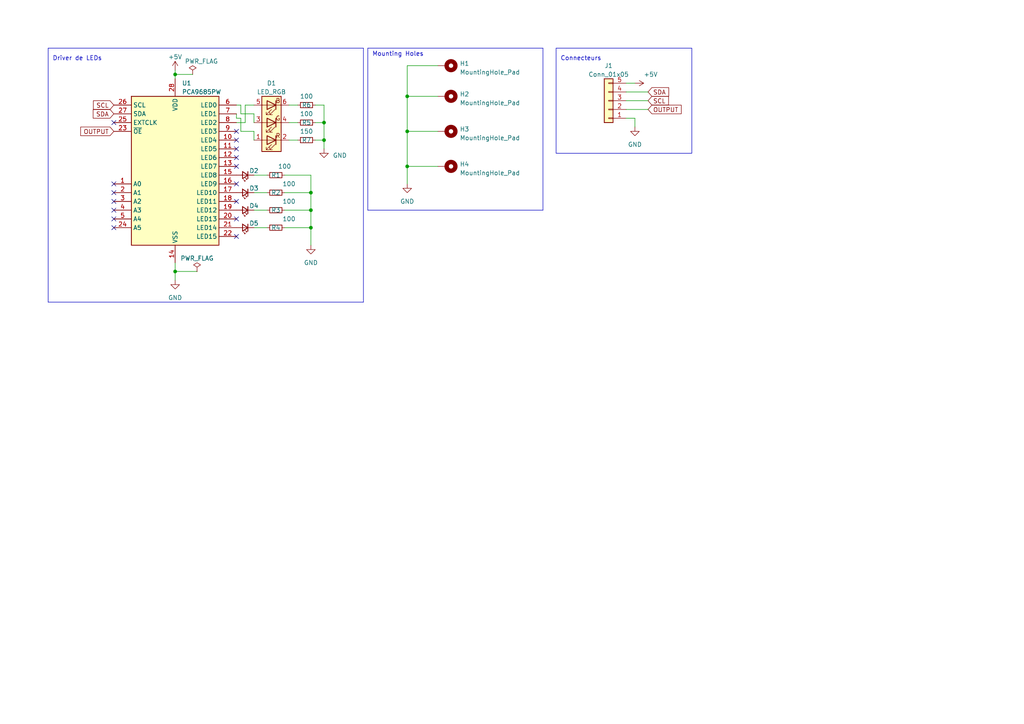
<source format=kicad_sch>
(kicad_sch (version 20230121) (generator eeschema)
  (paper "A4")
  (title_block (title "PCB LEDs") (date "2023-04-11") (rev "1.0") (company "ENSEA"))
  (lib_symbols
    (symbol "Connector_Generic:Conn_01x05" (pin_names (offset 1.016) hide)
      (property "Reference" "J" (at 0 7.62 0))
      (property "Value" "Conn_01x05" (at 0 -7.62 0))
      (symbol "Conn_01x05_1_1"
        (rectangle (start -1.27 -4.953) (end 0 -5.207) (stroke (width 0.1524)))
        (rectangle (start -1.27 -2.413) (end 0 -2.667) (stroke (width 0.1524)))
        (rectangle (start -1.27 0.127) (end 0 -0.127) (stroke (width 0.1524)))
        (rectangle (start -1.27 2.667) (end 0 2.413) (stroke (width 0.1524)))
        (rectangle (start -1.27 5.207) (end 0 4.953) (stroke (width 0.1524)))
        (rectangle (start -1.27 6.35) (end 1.27 -6.35) (stroke (width 0.254)) (fill (type background)))
        (pin passive line (at -5.08 5.08 0) (length 3.81) (name "Pin_1") (number "1"))
        (pin passive line (at -5.08 2.54 0) (length 3.81) (name "Pin_2") (number "2"))
        (pin passive line (at -5.08 0 0) (length 3.81) (name "Pin_3") (number "3"))
        (pin passive line (at -5.08 -2.54 0) (length 3.81) (name "Pin_4") (number "4"))
        (pin passive line (at -5.08 -5.08 0) (length 3.81) (name "Pin_5") (number "5"))
      )
    )
    (symbol "Device:LED_RGB" (pin_names (offset 0) hide)
      (property "Reference" "D1" (at 0 -11.43 0))
      (property "Value" "LED_RGB" (at 0 -8.89 0))
      (symbol "LED_RGB_0_0"
        (text "B" (at -1.905 -6.35 0) (effects (font (size 1.27 1.27))))
        (text "G" (at -1.905 -1.27 0) (effects (font (size 1.27 1.27))))
        (text "R" (at -1.905 3.81 0) (effects (font (size 1.27 1.27))))
      )
      (symbol "LED_RGB_0_1"
        (rectangle (start -2.794 8.382) (end 2.794 -7.62) (stroke (width 0.254)) (fill (type background)))
        (polyline (pts (xy -1.27 -5.08) (xy -2.54 -5.08)))
        (polyline (pts (xy -1.27 -5.08) (xy 1.27 -5.08)))
        (polyline (pts (xy -1.27 -3.81) (xy -1.27 -6.35)) (stroke (width 0.254)))
        (polyline (pts (xy -1.27 0) (xy -2.54 0)))
        (polyline (pts (xy -1.27 1.27) (xy -1.27 -1.27)) (stroke (width 0.254)))
        (polyline (pts (xy -1.27 5.08) (xy -2.54 5.08)))
        (polyline (pts (xy -1.27 5.08) (xy 1.27 5.08)))
        (polyline (pts (xy -1.27 6.35) (xy -1.27 3.81)) (stroke (width 0.254)))
        (polyline (pts (xy 1.27 -5.08) (xy 2.54 -5.08)))
        (polyline (pts (xy 1.27 0) (xy -1.27 0)))
        (polyline (pts (xy 1.27 0) (xy 2.54 0)))
        (polyline (pts (xy 1.27 5.08) (xy 2.54 5.08)))
        (polyline (pts (xy -1.27 1.27) (xy -1.27 -1.27) (xy -1.27 -1.27)))
        (polyline (pts (xy -1.27 6.35) (xy -1.27 3.81) (xy -1.27 3.81)))
        (polyline (pts (xy 1.27 -3.81) (xy 1.27 -6.35) (xy -1.27 -5.08) (xy 1.27 -3.81)) (stroke (width 0.254)))
        (polyline (pts (xy 1.27 1.27) (xy 1.27 -1.27) (xy -1.27 0) (xy 1.27 1.27)) (stroke (width 0.254)))
        (polyline (pts (xy 1.27 6.35) (xy 1.27 3.81) (xy -1.27 5.08) (xy 1.27 6.35)) (stroke (width 0.254)))
        (polyline (pts (xy -1.016 -3.81) (xy 0.508 -2.286) (xy -0.254 -2.286) (xy 0.508 -2.286) (xy 0.508 -3.048)))
        (polyline (pts (xy -1.016 1.27) (xy 0.508 2.794) (xy -0.254 2.794) (xy 0.508 2.794) (xy 0.508 2.032)))
        (polyline (pts (xy -1.016 6.35) (xy 0.508 7.874) (xy -0.254 7.874) (xy 0.508 7.874) (xy 0.508 7.112)))
        (polyline (pts (xy 0 -3.81) (xy 1.524 -2.286) (xy 0.762 -2.286) (xy 1.524 -2.286) (xy 1.524 -3.048)))
        (polyline (pts (xy 0 1.27) (xy 1.524 2.794) (xy 0.762 2.794) (xy 1.524 2.794) (xy 1.524 2.032)))
        (polyline (pts (xy 0 6.35) (xy 1.524 7.874) (xy 0.762 7.874) (xy 1.524 7.874) (xy 1.524 7.112)))
        (rectangle (start 1.27 -1.27) (end 1.27 1.27))
        (rectangle (start 1.27 1.27) (end 1.27 1.27))
        (rectangle (start 1.27 3.81) (end 1.27 6.35))
        (rectangle (start 1.27 6.35) (end 1.27 6.35))
      )
      (symbol "LED_RGB_1_1"
        (pin passive line (at 5.08 5.08 180) (length 2.54) (name "RA") (number "1"))
        (pin passive line (at -5.08 5.08 0) (length 2.54) (name "RK") (number "2"))
        (pin passive line (at 5.08 0 180) (length 2.54) (name "GK") (number "3"))
        (pin passive line (at -5.08 0 0) (length 2.54) (name "GK") (number "4"))
        (pin passive line (at 5.08 -5.08 180) (length 2.54) (name "BA") (number "5"))
        (pin passive line (at -5.08 -5.08 0) (length 2.54) (name "6") (number "6"))
      )
    )
    (symbol "Device:LED_Small" (pin_numbers hide) (pin_names (offset 0.254) hide)
      (property "Reference" "D" (at -1.27 3.175 0))
      (property "Value" "LED_Small" (at -4.445 -2.54 0))
      (symbol "LED_Small_0_1"
        (polyline (pts (xy -0.762 -1.016) (xy -0.762 1.016)) (stroke (width 0.254)))
        (polyline (pts (xy 1.016 0) (xy -0.762 0)))
        (polyline (pts (xy 0.762 -1.016) (xy -0.762 0) (xy 0.762 1.016) (xy 0.762 -1.016)) (stroke (width 0.254)))
        (polyline (pts (xy 0 0.762) (xy -0.508 1.27) (xy -0.254 1.27) (xy -0.508 1.27) (xy -0.508 1.016)))
        (polyline (pts (xy 0.508 1.27) (xy 0 1.778) (xy 0.254 1.778) (xy 0 1.778) (xy 0 1.524)))
      )
      (symbol "LED_Small_1_1"
        (pin passive line (at -2.54 0 0) (length 1.778) (name "K") (number "1"))
        (pin passive line (at 2.54 0 180) (length 1.778) (name "A") (number "2"))
      )
    )
    (symbol "Device:R_Small" (pin_numbers hide) (pin_names (offset 0.254) hide)
      (property "Reference" "R" (at 0.762 0.508 0))
      (property "Value" "R_Small" (at 0.762 -1.016 0))
      (symbol "R_Small_0_1"
        (rectangle (start -0.762 1.778) (end 0.762 -1.778) (stroke (width 0.2032)))
      )
      (symbol "R_Small_1_1"
        (pin passive line (at 0 2.54 270) (length 0.762) (name "~") (number "1"))
        (pin passive line (at 0 -2.54 90) (length 0.762) (name "~") (number "2"))
      )
    )
    (symbol "Driver_LED:PCA9685PW"
      (property "Reference" "U" (at -12.7 22.225 0))
      (property "Value" "PCA9685PW" (at 1.27 22.225 0))
      (symbol "PCA9685PW_0_1"
        (rectangle (start -12.7 20.32) (end 12.7 -22.86) (stroke (width 0.254)) (fill (type background)))
      )
      (symbol "PCA9685PW_1_1"
        (pin input line (at -17.78 -5.08 0) (length 5.08) (name "A0") (number "1"))
        (pin output line (at 17.78 7.62 180) (length 5.08) (name "LED4") (number "10"))
        (pin output line (at 17.78 5.08 180) (length 5.08) (name "LED5") (number "11"))
        (pin output line (at 17.78 2.54 180) (length 5.08) (name "LED6") (number "12"))
        (pin output line (at 17.78 0 180) (length 5.08) (name "LED7") (number "13"))
        (pin power_in line (at 0 -27.94 90) (length 5.08) (name "VSS") (number "14"))
        (pin output line (at 17.78 -2.54 180) (length 5.08) (name "LED8") (number "15"))
        (pin output line (at 17.78 -5.08 180) (length 5.08) (name "LED9") (number "16"))
        (pin output line (at 17.78 -7.62 180) (length 5.08) (name "LED10") (number "17"))
        (pin output line (at 17.78 -10.16 180) (length 5.08) (name "LED11") (number "18"))
        (pin output line (at 17.78 -12.7 180) (length 5.08) (name "LED12") (number "19"))
        (pin input line (at -17.78 -7.62 0) (length 5.08) (name "A1") (number "2"))
        (pin output line (at 17.78 -15.24 180) (length 5.08) (name "LED13") (number "20"))
        (pin output line (at 17.78 -17.78 180) (length 5.08) (name "LED14") (number "21"))
        (pin output line (at 17.78 -20.32 180) (length 5.08) (name "LED15") (number "22"))
        (pin input line (at -17.78 10.16 0) (length 5.08) (name "~{OE}") (number "23"))
        (pin input line (at -17.78 -17.78 0) (length 5.08) (name "A5") (number "24"))
        (pin input line (at -17.78 12.7 0) (length 5.08) (name "EXTCLK") (number "25"))
        (pin input line (at -17.78 17.78 0) (length 5.08) (name "SCL") (number "26"))
        (pin bidirectional line (at -17.78 15.24 0) (length 5.08) (name "SDA") (number "27"))
        (pin power_in line (at 0 25.4 270) (length 5.08) (name "VDD") (number "28"))
        (pin input line (at -17.78 -10.16 0) (length 5.08) (name "A2") (number "3"))
        (pin input line (at -17.78 -12.7 0) (length 5.08) (name "A3") (number "4"))
        (pin input line (at -17.78 -15.24 0) (length 5.08) (name "A4") (number "5"))
        (pin output line (at 17.78 17.78 180) (length 5.08) (name "LED0") (number "6"))
        (pin output line (at 17.78 15.24 180) (length 5.08) (name "LED1") (number "7"))
        (pin output line (at 17.78 12.7 180) (length 5.08) (name "LED2") (number "8"))
        (pin output line (at 17.78 10.16 180) (length 5.08) (name "LED3") (number "9"))
      )
    )
    (symbol "Mechanical:MountingHole_Pad" (pin_numbers hide) (pin_names (offset 1.016) hide)
      (property "Reference" "H" (at 0 6.35 0))
      (property "Value" "MountingHole_Pad" (at 0 4.445 0))
      (symbol "MountingHole_Pad_0_1"
        (circle (center 0 1.27) (radius 1.27) (stroke (width 1.27)))
      )
      (symbol "MountingHole_Pad_1_1"
        (pin input line (at 0 -2.54 90) (length 2.54) (name "1") (number "1"))
      )
    )
    (symbol "power:+5V" (power) (pin_names (offset 0))
      (property "Value" "+5V" (at 0 3.556 0))
      (symbol "+5V_0_1"
        (polyline (pts (xy -0.762 1.27) (xy 0 2.54)))
        (polyline (pts (xy 0 0) (xy 0 2.54)))
        (polyline (pts (xy 0 2.54) (xy 0.762 1.27)))
      )
      (symbol "+5V_1_1"
        (pin power_in line (at 0 0 90) (length 0) hide (name "+5V") (number "1"))
      )
    )
    (symbol "power:GND" (power) (pin_names (offset 0))
      (property "Value" "GND" (at 0 -3.81 0))
      (symbol "GND_0_1"
        (polyline (pts (xy 0 0) (xy 0 -1.27) (xy 1.27 -1.27) (xy 0 -2.54) (xy -1.27 -1.27) (xy 0 -1.27)))
      )
      (symbol "GND_1_1"
        (pin power_in line (at 0 0 270) (length 0) hide (name "GND") (number "1"))
      )
    )
    (symbol "power:PWR_FLAG" (power) (pin_numbers hide) (pin_names (offset 0) hide)
      (property "Value" "PWR_FLAG" (at 0 3.81 0))
      (symbol "PWR_FLAG_0_0"
        (pin power_out line (at 0 0 90) (length 0) (name "pwr") (number "1"))
      )
      (symbol "PWR_FLAG_0_1"
        (polyline (pts (xy 0 0) (xy 0 1.27) (xy -1.016 1.905) (xy 0 2.54) (xy 1.016 1.905) (xy 0 1.27)))
      )
    )
  )
  (junction (at 118.11 38.1))
  (junction (at 90.17 66.04))
  (junction (at 50.8 21.59))
  (junction (at 93.98 40.64))
  (junction (at 50.8 78.74))
  (junction (at 90.17 55.88))
  (junction (at 118.11 27.94))
  (junction (at 90.17 60.96))
  (junction (at 93.98 35.56))
  (junction (at 118.11 48.26))
  (no_connect (at 33.02 35.56))
  (no_connect (at 33.02 55.88))
  (no_connect (at 68.58 40.64))
  (no_connect (at 68.58 45.72))
  (no_connect (at 33.02 53.34))
  (no_connect (at 68.58 43.18))
  (no_connect (at 68.58 48.26))
  (no_connect (at 33.02 58.42))
  (no_connect (at 33.02 60.96))
  (no_connect (at 68.58 38.1))
  (no_connect (at 68.58 58.42))
  (no_connect (at 68.58 68.58))
  (no_connect (at 68.58 53.34))
  (no_connect (at 33.02 63.5))
  (no_connect (at 68.58 63.5))
  (no_connect (at 33.02 66.04))
  (wire (pts (xy 50.8 78.74) (xy 57.15 78.74)))
  (wire (pts (xy 68.58 33.02) (xy 68.58 34.29)))
  (polyline (pts (xy 13.97 13.97) (xy 105.41 13.97)))
  (wire (pts (xy 90.17 55.88) (xy 90.17 60.96)))
  (wire (pts (xy 187.96 31.75) (xy 181.61 31.75)))
  (wire (pts (xy 83.82 40.64) (xy 86.36 40.64)))
  (wire (pts (xy 83.82 30.48) (xy 86.36 30.48)))
  (wire (pts (xy 71.12 30.48) (xy 73.66 30.48)))
  (wire (pts (xy 118.11 38.1) (xy 127 38.1)))
  (wire (pts (xy 82.55 60.96) (xy 90.17 60.96)))
  (wire (pts (xy 73.66 33.02) (xy 73.66 35.56)))
  (wire (pts (xy 69.85 33.02) (xy 73.66 33.02)))
  (wire (pts (xy 69.85 38.1) (xy 73.66 38.1)))
  (wire (pts (xy 68.58 30.48) (xy 69.85 30.48)))
  (wire (pts (xy 90.17 66.04) (xy 90.17 71.12)))
  (wire (pts (xy 187.96 29.21) (xy 181.61 29.21)))
  (wire (pts (xy 90.17 50.8) (xy 90.17 55.88)))
  (wire (pts (xy 181.61 24.13) (xy 184.15 24.13)))
  (wire (pts (xy 68.58 35.56) (xy 71.12 35.56)))
  (wire (pts (xy 73.66 55.88) (xy 77.47 55.88)))
  (polyline (pts (xy 13.97 13.97) (xy 13.97 87.63)))
  (polyline (pts (xy 105.41 13.97) (xy 105.41 87.63)))
  (wire (pts (xy 71.12 35.56) (xy 71.12 30.48)))
  (wire (pts (xy 90.17 60.96) (xy 90.17 66.04)))
  (wire (pts (xy 93.98 35.56) (xy 91.44 35.56)))
  (wire (pts (xy 118.11 38.1) (xy 118.11 48.26)))
  (wire (pts (xy 184.15 34.29) (xy 181.61 34.29)))
  (wire (pts (xy 118.11 48.26) (xy 118.11 53.34)))
  (wire (pts (xy 73.66 50.8) (xy 77.47 50.8)))
  (polyline (pts (xy 106.68 13.97) (xy 106.68 60.96)))
  (polyline (pts (xy 157.48 60.96) (xy 106.68 60.96)))
  (wire (pts (xy 82.55 50.8) (xy 90.17 50.8)))
  (wire (pts (xy 50.8 21.59) (xy 55.88 21.59)))
  (wire (pts (xy 91.44 30.48) (xy 93.98 30.48)))
  (wire (pts (xy 93.98 43.18) (xy 93.98 40.64)))
  (wire (pts (xy 181.61 26.67) (xy 187.96 26.67)))
  (wire (pts (xy 82.55 66.04) (xy 90.17 66.04)))
  (polyline (pts (xy 157.48 13.97) (xy 157.48 60.96)))
  (wire (pts (xy 91.44 40.64) (xy 93.98 40.64)))
  (wire (pts (xy 73.66 38.1) (xy 73.66 40.64)))
  (polyline (pts (xy 106.68 13.97) (xy 157.48 13.97)))
  (wire (pts (xy 118.11 48.26) (xy 127 48.26)))
  (wire (pts (xy 68.58 34.29) (xy 69.85 34.29)))
  (wire (pts (xy 50.8 78.74) (xy 50.8 76.2)))
  (polyline (pts (xy 105.41 87.63) (xy 13.97 87.63)))
  (wire (pts (xy 118.11 27.94) (xy 127 27.94)))
  (wire (pts (xy 69.85 34.29) (xy 69.85 38.1)))
  (wire (pts (xy 73.66 60.96) (xy 77.47 60.96)))
  (wire (pts (xy 93.98 30.48) (xy 93.98 35.56)))
  (wire (pts (xy 50.8 20.32) (xy 50.8 21.59)))
  (wire (pts (xy 127 19.05) (xy 118.11 19.05)))
  (wire (pts (xy 69.85 30.48) (xy 69.85 33.02)))
  (wire (pts (xy 86.36 35.56) (xy 83.82 35.56)))
  (wire (pts (xy 118.11 27.94) (xy 118.11 38.1)))
  (wire (pts (xy 184.15 36.83) (xy 184.15 34.29)))
  (wire (pts (xy 82.55 55.88) (xy 90.17 55.88)))
  (wire (pts (xy 50.8 21.59) (xy 50.8 22.86)))
  (wire (pts (xy 118.11 19.05) (xy 118.11 27.94)))
  (wire (pts (xy 73.66 66.04) (xy 77.47 66.04)))
  (wire (pts (xy 50.8 81.28) (xy 50.8 78.74)))
  (wire (pts (xy 93.98 40.64) (xy 93.98 35.56)))
  (rectangle (start 161.29 13.97) (end 200.66 44.45))
  (text "Connecteurs" (at 162.56 17.78 0) (effects (font (size 1.27 1.27)) (justify left bottom)))
  (text "Mounting Holes" (at 107.95 16.51 0) (effects (font (size 1.27 1.27)) (justify left bottom)))
  (text "Driver de LEDs" (at 15.24 17.78 0) (effects (font (size 1.27 1.27)) (justify left bottom)))
  (global_label "OUTPUT" (shape input) (at 187.96 31.75 0) (property "Intersheetrefs" "${INTERSHEET_REFS}" (effects hide)))
  (global_label "SCL" (shape input) (at 33.02 30.48 180) (property "Intersheetrefs" "${INTERSHEET_REFS}" (effects hide)))
  (global_label "SDA" (shape input) (at 33.02 33.02 180) (property "Intersheetrefs" "${INTERSHEET_REFS}" (effects hide)))
  (global_label "OUTPUT" (shape input) (at 33.02 38.1 180) (property "Intersheetrefs" "${INTERSHEET_REFS}" (effects hide)))
  (global_label "SDA" (shape input) (at 187.96 26.67 0) (property "Intersheetrefs" "${INTERSHEET_REFS}" (effects hide)))
  (global_label "SCL" (shape input) (at 187.96 29.21 0) (property "Intersheetrefs" "${INTERSHEET_REFS}" (effects hide)))
  (symbol (lib_id "Device:R_Small") (at 80.01 60.96 90) (unit 1)
    (property "Reference" "R3" (at 80.01 60.96 90))
    (property "Value" "100" (at 83.82 58.42 90))
    (property "Footprint" "Resistor_SMD:R_0603_1608Metric_Pad0.98x0.95mm_HandSolder" (effects hide))
  )
  (symbol (lib_id "power:GND") (at 90.17 71.12 0) (unit 1)
    (property "Reference" "#PWR04" (effects hide))
    (property "Value" "GND" (at 90.17 76.2 0))
  )
  (symbol (lib_id "Device:LED_Small") (at 71.12 55.88 180) (unit 1)
    (property "Reference" "D3" (at 73.66 54.61 0))
    (property "Value" "LED_2" (effects hide))
    (property "Footprint" "LED_SMD:LED_0603_1608Metric_Pad1.05x0.95mm_HandSolder" (effects hide))
  )
  (symbol (lib_id "Device:R_Small") (at 88.9 40.64 90) (unit 1)
    (property "Reference" "R7" (at 88.9 40.64 90))
    (property "Value" "150" (at 88.9 38.1 90))
    (property "Footprint" "Resistor_SMD:R_0603_1608Metric_Pad0.98x0.95mm_HandSolder" (effects hide))
  )
  (symbol (lib_id "Connector_Generic:Conn_01x05") (at 176.53 29.21 180) (unit 1)
    (property "Reference" "J1" (at 176.53 19.05 0))
    (property "Value" "Conn_01x05" (at 176.53 21.59 0))
    (property "Footprint" "Connector_JST:JST_XH_B5B-XH-A_1x05_P2.50mm_Vertical" (effects hide))
  )
  (symbol (lib_id "power:PWR_FLAG") (at 57.15 78.74 0) (unit 1)
    (property "Reference" "#FLG01" (effects hide))
    (property "Value" "PWR_FLAG" (at 57.15 74.93 0))
  )
  (symbol (lib_id "Device:LED_Small") (at 71.12 50.8 180) (unit 1)
    (property "Reference" "D2" (at 73.66 49.53 0))
    (property "Value" "LED_1" (effects hide))
    (property "Footprint" "LED_SMD:LED_0603_1608Metric_Pad1.05x0.95mm_HandSolder" (effects hide))
  )
  (symbol (lib_id "power:GND") (at 50.8 81.28 0) (unit 1)
    (property "Reference" "#PWR02" (effects hide))
    (property "Value" "GND" (at 50.8 86.36 0))
  )
  (symbol (lib_id "Mechanical:MountingHole_Pad") (at 129.54 19.05 270) (unit 1)
    (property "Reference" "H1" (at 133.35 18.415 90) (effects (justify left)))
    (property "Value" "MountingHole_Pad" (at 133.35 20.955 90) (effects (justify left)))
    (property "Footprint" "MountingHole:MountingHole_3.2mm_M3_DIN965_Pad" (effects hide))
  )
  (symbol (lib_id "Device:LED_Small") (at 71.12 60.96 180) (unit 1)
    (property "Reference" "D4" (at 73.66 59.69 0))
    (property "Value" "LED_3" (effects hide))
    (property "Footprint" "LED_SMD:LED_0603_1608Metric_Pad1.05x0.95mm_HandSolder" (effects hide))
  )
  (symbol (lib_id "power:+5V") (at 50.8 20.32 0) (unit 1)
    (property "Reference" "#PWR01" (effects hide))
    (property "Value" "+5V" (at 50.8 16.51 0))
  )
  (symbol (lib_id "Mechanical:MountingHole_Pad") (at 129.54 27.94 270) (unit 1)
    (property "Reference" "H2" (at 133.35 27.305 90) (effects (justify left)))
    (property "Value" "MountingHole_Pad" (at 133.35 29.845 90) (effects (justify left)))
    (property "Footprint" "MountingHole:MountingHole_3.2mm_M3_DIN965_Pad" (effects hide))
  )
  (symbol (lib_id "Mechanical:MountingHole_Pad") (at 129.54 38.1 270) (unit 1)
    (property "Reference" "H3" (at 133.35 37.465 90) (effects (justify left)))
    (property "Value" "MountingHole_Pad" (at 133.35 40.005 90) (effects (justify left)))
    (property "Footprint" "MountingHole:MountingHole_3.2mm_M3_DIN965_Pad" (effects hide))
  )
  (symbol (lib_id "Device:R_Small") (at 80.01 50.8 90) (unit 1)
    (property "Reference" "R1" (at 80.01 50.8 90))
    (property "Value" "100" (at 82.55 48.26 90))
    (property "Footprint" "Resistor_SMD:R_0603_1608Metric_Pad0.98x0.95mm_HandSolder" (effects hide))
  )
  (symbol (lib_id "power:GND") (at 118.11 53.34 0) (unit 1)
    (property "Reference" "#PWR03" (effects hide))
    (property "Value" "GND" (at 118.11 58.42 0))
  )
  (symbol (lib_id "Device:R_Small") (at 80.01 55.88 90) (unit 1)
    (property "Reference" "R2" (at 80.01 55.88 90))
    (property "Value" "100" (at 83.82 53.34 90))
    (property "Footprint" "Resistor_SMD:R_0603_1608Metric_Pad0.98x0.95mm_HandSolder" (effects hide))
  )
  (symbol (lib_id "power:GND") (at 93.98 43.18 0) (unit 1)
    (property "Reference" "#PWR05" (effects hide))
    (property "Value" "GND" (at 96.52 45.085 0) (effects (justify left)))
  )
  (symbol (lib_id "power:GND") (at 184.15 36.83 0) (unit 1)
    (property "Reference" "#PWR010" (effects hide))
    (property "Value" "GND" (at 184.15 41.91 0))
  )
  (symbol (lib_id "Device:LED_RGB") (at 78.74 35.56 180) (unit 1)
    (property "Reference" "D1" (at 78.74 24.13 0))
    (property "Value" "LED_RGB" (at 78.74 26.67 0))
    (property "Footprint" "LED_SMD:LED_Avago_PLCC6_3x2.8mm" (effects hide))
  )
  (symbol (lib_id "Device:R_Small") (at 88.9 35.56 90) (unit 1)
    (property "Reference" "R5" (at 88.9 35.56 90))
    (property "Value" "100" (at 88.9 33.02 90))
    (property "Footprint" "Resistor_SMD:R_0603_1608Metric_Pad0.98x0.95mm_HandSolder" (effects hide))
  )
  (symbol (lib_id "Device:R_Small") (at 88.9 30.48 90) (unit 1)
    (property "Reference" "R6" (at 88.9 30.48 90))
    (property "Value" "100" (at 88.9 27.94 90))
    (property "Footprint" "Resistor_SMD:R_0603_1608Metric_Pad0.98x0.95mm_HandSolder" (effects hide))
  )
  (symbol (lib_id "Device:LED_Small") (at 71.12 66.04 180) (unit 1)
    (property "Reference" "D5" (at 73.66 64.77 0))
    (property "Value" "LED_4" (effects hide))
    (property "Footprint" "LED_SMD:LED_0603_1608Metric_Pad1.05x0.95mm_HandSolder" (effects hide))
  )
  (symbol (lib_id "Mechanical:MountingHole_Pad") (at 129.54 48.26 270) (unit 1)
    (property "Reference" "H4" (at 133.35 47.625 90) (effects (justify left)))
    (property "Value" "MountingHole_Pad" (at 133.35 50.165 90) (effects (justify left)))
    (property "Footprint" "MountingHole:MountingHole_3.2mm_M3_DIN965_Pad" (effects hide))
  )
  (symbol (lib_id "Driver_LED:PCA9685PW") (at 50.8 48.26 0) (unit 1)
    (property "Reference" "U1" (at 52.7559 24.13 0) (effects (justify left)))
    (property "Value" "PCA9685PW" (at 52.7559 26.67 0) (effects (justify left)))
    (property "Footprint" "Package_SO:TSSOP-28_4.4x9.7mm_P0.65mm" (effects hide))
    (property "Datasheet" "http://www.nxp.com/documents/data_sheet/PCA9685.pdf" (effects hide))
  )
  (symbol (lib_id "power:PWR_FLAG") (at 55.88 21.59 0) (unit 1)
    (property "Reference" "#FLG02" (effects hide))
    (property "Value" "PWR_FLAG" (at 58.42 17.78 0))
  )
  (symbol (lib_id "Device:R_Small") (at 80.01 66.04 90) (unit 1)
    (property "Reference" "R4" (at 80.01 66.04 90))
    (property "Value" "100" (at 83.82 63.5 90))
    (property "Footprint" "Resistor_SMD:R_0603_1608Metric_Pad0.98x0.95mm_HandSolder" (effects hide))
  )
  (symbol (lib_id "power:+5V") (at 184.15 24.13 270) (unit 1)
    (property "Reference" "#PWR011" (effects hide))
    (property "Value" "+5V" (at 186.69 21.59 90) (effects (justify left)))
  )
)
</source>
